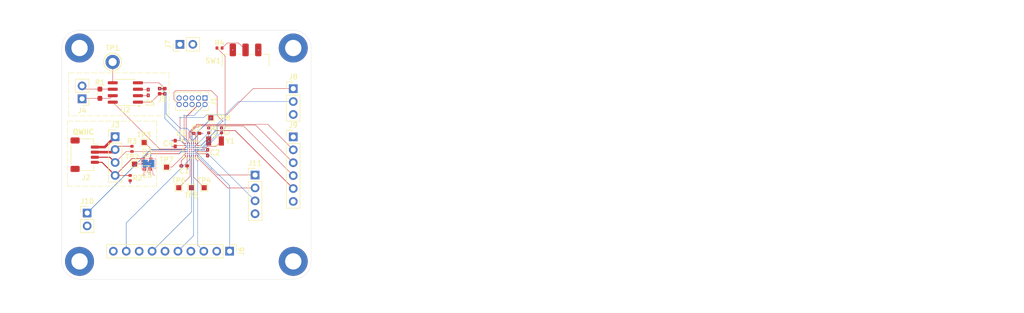
<source format=kicad_pcb>
(kicad_pcb (version 20240108) (generator "pcbnew") (generator_version "8.0")
  (layers (0 "F.Cu" signal) (1 "In1.Cu" signal) (2 "In2.Cu" signal) (31 "B.Cu" signal) (34 "B.Paste" user) (35 "F.Paste" user) (36 "B.SilkS" user "B.Silkscreen") (37 "F.SilkS" user "F.Silkscreen") (38 "B.Mask" user) (39 "F.Mask" user) (44 "Edge.Cuts" user))
  (net 0 "")
  (net 9 "+3.3V")
  (net 10 "GND")
  (net 11 "/RESET")
  (net 12 "/SWDIO")
  (net 13 "/SWCLK")
  (net 14 "/KEY_(NC)")
  (net 15 "/TDI")
  (net 16 "/SWO")
  (net 17 "/CAN1_RX")
  (net 18 "/ADC1_IN10")
  (net 19 "/TIM1_CH2")
  (net 20 "/SPI1_MISO")
  (net 21 "/I2C2_SCL")
  (net 22 "/ADC1_IN11")
  (net 23 "/ADC1_IN12")
  (net 24 "/OPAMP_VINP")
  (net 25 "/SPI1_MOSI")
  (net 26 "/CAN1_TX")
  (net 27 "/ADC1_IN4")
  (net 28 "/OSC32_OUT")
  (net 29 "/I2C2_SDA")
  (net 30 "/OSC32_IN")
  (net 31 "/BOOT0")
  (net 32 "/USART1_TX")
  (net 33 "/ADC1_IN9")
  (net 34 "/SPI1_SCK")
  (net 35 "/OPAMP_VINM")
  (net 36 "/USART1_RX")
  (net 37 "/OPAMP__VOUT")
  (net 38 "Net-(U2-D)")
  (net 39 "Net-(U2-R)")
  (net 40 "Net-(U2-Vref)")
  (net 41 "Net-(J4-Pin_1)")
  (net 42 "/CAN_ENABLE")
  (net 43 "Net-(J4-Pin_2)")
  (net 44 "Net-(JP1-B)")
  (net 45 "Net-(U3-ALERT)")
  (net 46 "/SPI_CS")
  (net 47 "Net-(SW1-B)")
  (net 48 "Net-(U1-PA8)")
  (net 49 "Net-(U1-PB0)")
  (net 50 "Net-(U1-PB1)")
  (net 51 "Net-(U1-PB2)")
  (net 52 "Net-(U1-PB12)")
  (net 53 "Net-(U1-PH3)")
  (footprint "SKEC_Footprints:RX_TX_SWAP_0402" (layer "F.Cu") (at 69.25 113.5 180)
    (property "Reference" "J5")
    (property "Value" "RX_TX_Swap" (hide yes))
  )
  (footprint "Button_Switch_SMD:SW_SPDT_CK_JS102011SAQN" (layer "F.Cu") (at 85.625 108.125)
    (property "Reference" "SW1")
    (property "Value" "SW_SPDT")
  )
  (footprint "MountingHole:MountingHole_3.2mm_M3_ISO7380_Pad" (layer "F.Cu") (at 53 147)
    (property "Reference" "REF**" (hide yes))
    (property "Value" "MountingHole_3.2mm_M3_ISO7380_Pad")
  )
  (footprint "TestPoint:TestPoint_Pad_1.0x1.0mm" (layer "F.Cu") (at 72.5 132.5)
    (property "Reference" "TP6")
    (property "Value" "TestPoint")
  )
  (footprint "Capacitor_SMD:C_0402_1005Metric" (layer "F.Cu") (at 78.38 121.22 90)
    (property "Reference" "C8")
    (property "Value" "12.5pF")
  )
  (footprint "TestPoint:TestPoint_Pad_1.0x1.0mm" (layer "F.Cu") (at 77.5 132.5)
    (property "Reference" "TP4")
    (property "Value" "TestPoint")
  )
  (footprint "Connector_PinHeader_2.54mm:PinHeader_1x06_P2.54mm_Vertical" (layer "F.Cu") (at 95 122.5)
    (property "Reference" "J9")
    (property "Value" "Conn_01x06")
  )
  (footprint "Resistor_SMD:R_0402_1005Metric" (layer "F.Cu") (at 62.95 130.6 90)
    (property "Reference" "R2")
    (property "Value" "1k")
  )
  (footprint "TestPoint:TestPoint_Pad_1.0x1.0mm" (layer "F.Cu") (at 70.1 128.45)
    (property "Reference" "TP7")
    (property "Value" "TestPoint")
  )
  (footprint "Capacitor_SMD:C_0402_1005Metric" (layer "F.Cu") (at 80.9 121.22 90)
    (property "Reference" "C7")
    (property "Value" "12.5pF")
  )
  (footprint "Connector_PinHeader_2.54mm:PinHeader_1x02_P2.54mm_Vertical" (layer "F.Cu") (at 72.725 104.275 90)
    (property "Reference" "J7")
    (property "Value" "Conn_01x02")
  )
  (footprint "Capacitor_SMD:C_0402_1005Metric_Pad0.74x0.62mm_HandSolder" (layer "F.Cu") (at 73.5675 128.2)
    (property "Reference" "C1")
    (property "Value" "0.1uF")
  )
  (footprint "MountingHole:MountingHole_3.2mm_M3_ISO7380_Pad" (layer "F.Cu") (at 53 105)
    (property "Reference" "REF**" (hide yes))
    (property "Value" "MountingHole_3.2mm_M3_ISO7380_Pad")
  )
  (footprint "Connector_PinHeader_2.54mm:PinHeader_1x03_P2.54mm_Vertical" (layer "F.Cu") (at 95 113)
    (property "Reference" "J8")
    (property "Value" "Conn_01x03")
  )
  (footprint "Connector_JST:JST_SH_SM04B-SRSS-TB_1x04-1MP_P1.00mm_Horizontal" (layer "F.Cu") (at 54 126 -90)
    (property "Reference" "J2")
    (property "Value" "JST-SH-(Qwiic)")
  )
  (footprint "Capacitor_SMD:C_0402_1005Metric_Pad0.74x0.62mm_HandSolder" (layer "F.Cu") (at 66.5 113.75 -90)
    (property "Reference" "C5")
    (property "Value" "0.1uF")
  )
  (footprint "TestPoint:TestPoint_Pad_1.0x1.0mm" (layer "F.Cu") (at 78.8 118.75)
    (property "Reference" "TP8")
    (property "Value" "TestPoint")
  )
  (footprint "Package_SO:SOIC-8_3.9x4.9mm_P1.27mm" (layer "F.Cu") (at 62 113.75 180)
    (property "Reference" "U2")
    (property "Value" "SN65HVD230")
  )
  (footprint "Capacitor_SMD:C_0402_1005Metric_Pad0.74x0.62mm_HandSolder" (layer "F.Cu") (at 76 121.8 180)
    (property "Reference" "C3")
    (property "Value" "0.1uF")
  )
  (footprint "Connector_PinHeader_2.54mm:PinHeader_1x04_P2.54mm_Vertical" (layer "F.Cu") (at 87.5 130)
    (property "Reference" "J11")
    (property "Value" "0.1\"")
  )
  (footprint "Connector_PinHeader_2.54mm:PinHeader_1x04_P2.54mm_Vertical" (layer "F.Cu") (at 60 122.46)
    (property "Reference" "J3")
    (property "Value" "0.1\"")
  )
  (footprint "Capacitor_SMD:C_0402_1005Metric_Pad0.74x0.62mm_HandSolder" (layer "F.Cu") (at 66.3 128.85 180)
    (property "Reference" "C6")
    (property "Value" "0.1uF")
  )
  (footprint "Connector_PinHeader_2.54mm:PinHeader_1x10_P2.54mm_Vertical" (layer "F.Cu") (at 82.5 145 -90)
    (property "Reference" "J6")
    (property "Value" "Conn_01x10")
  )
  (footprint "Package_TO_SOT_SMD:SOT-563" (layer "F.Cu") (at 66.25 127.25)
    (property "Reference" "U3")
    (property "Value" "TMP112AIDRLR")
  )
  (footprint "Resistor_SMD:R_0603_1608Metric_Pad0.98x0.95mm_HandSolder" (layer "F.Cu") (at 57 114 90)
    (property "Reference" "R1")
    (property "Value" "120")
  )
  (footprint "Capacitor_SMD:C_0402_1005Metric_Pad0.74x0.62mm_HandSolder" (layer "F.Cu") (at 71.8 123.8 -90)
    (property "Reference" "C4")
    (property "Value" "0.1uF")
  )
  (footprint "Resistor_SMD:R_0402_1005Metric" (layer "F.Cu") (at 80.51 105 180)
    (property "Reference" "R4")
    (property "Value" "1k")
  )
  (footprint "TestPoint:TestPoint_Pad_1.0x1.0mm" (layer "F.Cu") (at 65.7 123.6)
    (property "Reference" "TP3")
    (property "Value" "TestPoint")
  )
  (footprint "Connector_PinHeader_2.54mm:PinHeader_1x02_P2.54mm_Vertical" (layer "F.Cu") (at 53.5 115 180)
    (property "Reference" "J4")
    (property "Value" "Conn_01x02")
  )
  (footprint "Capacitor_SMD:C_0402_1005Metric_Pad0.74x0.62mm_HandSolder" (layer "F.Cu") (at 78.1675 125.6 90)
    (property "Reference" "C2")
    (property "Value" "0.1uF")
  )
  (footprint "Crystal:Crystal_SMD_3215-2Pin_3.2x1.5mm" (layer "F.Cu") (at 79.62 123.31)
    (property "Reference" "Y1")
    (property "Value" "32.768")
  )
  (footprint "TestPoint:TestPoint_Pad_1.0x1.0mm" (layer "F.Cu") (at 63.8 127.85)
    (property "Reference" "TP2")
    (property "Value" "TestPoint")
  )
  (footprint "MountingHole:MountingHole_3.2mm_M3_ISO7380_Pad" (layer "F.Cu") (at 95 147)
    (property "Reference" "REF**" (hide yes))
    (property "Value" "MountingHole_3.2mm_M3_ISO7380_Pad")
  )
  (footprint "Package_CSP:ST_WLCSP-49_Die435" (layer "F.Cu") (at 75 125)
    (property "Reference" "U1")
    (property "Value" "STM32L431CCYx")
  )
  (footprint "MountingHole:MountingHole_3.2mm_M3_ISO7380_Pad" (layer "F.Cu") (at 95 105)
    (property "Reference" "REF**" (hide yes))
    (property "Value" "MountingHole_3.2mm_M3_ISO7380_Pad")
  )
  (footprint "Connector_PinHeader_1.27mm:PinHeader_2x05_P1.27mm_Vertical" (layer "F.Cu") (at 77.655 114.845 -90)
    (property "Reference" "J1")
    (property "Value" "Conn_02x05_Odd_Even")
  )
  (footprint "TestPoint:TestPoint_Pad_1.0x1.0mm" (layer "F.Cu") (at 75 132.5)
    (property "Reference" "TP5")
    (property "Value" "TestPoint")
  )
  (footprint "Connector_PinHeader_2.54mm:PinHeader_1x02_P2.54mm_Vertical" (layer "F.Cu") (at 54.5 137.475)
    (property "Reference" "J10")
    (property "Value" "Conn_01x02")
  )
  (footprint "Resistor_SMD:R_0402_1005Metric" (layer "F.Cu") (at 63.3 124.85 -90)
    (property "Reference" "R3")
    (property "Value" "1k")
  )
  (footprint "TestPoint:TestPoint_Keystone_5010-5014_Multipurpose" (layer "F.Cu") (at 59.5 107.75)
    (property "Reference" "TP1")
    (property "Value" "TestPoint")
  )
  (footprint "Jumper:SolderJumper-2_P1.3mm_Bridged_Pad1.0x1.5mm" (layer "B.Cu") (at 66.55 127.75)
    (property "Reference" "JP1")
    (property "Value" "SolderJumper_2_Bridged")
  )
  (gr_rect (start 50.625 119.4) (end 68.15 132.2) (stroke (width 0.1) (type dash)) (fill none) (layer "F.SilkS"))
  (gr_rect (start 50.85 109.9) (end 70.6 118.35) (stroke (width 0.1) (type dash)) (fill none) (layer "F.SilkS"))
  (gr_line (start 94.999998 101.5) (end 53 101.5) (stroke (width 0.05)) (layer "Edge.Cuts"))
  (gr_line (start 49.5 105) (end 49.5 146.999998) (stroke (width 0.05)) (layer "Edge.Cuts"))
  (gr_arc (start 98.499998 146.999998) (mid 97.474872 149.474872) (end 94.999998 150.499998) (stroke (width 0.05)) (layer "Edge.Cuts"))
  (gr_arc (start 94.999998 101.5) (mid 97.474872 102.525126) (end 98.499998 105) (stroke (width 0.05)) (layer "Edge.Cuts"))
  (gr_arc (start 53 150.499998) (mid 50.525126 149.474872) (end 49.5 146.999998) (stroke (width 0.05)) (layer "Edge.Cuts"))
  (gr_arc (start 49.5 105) (mid 50.525126 102.525126) (end 53 101.5) (stroke (width 0.05)) (layer "Edge.Cuts"))
  (gr_line (start 53 150.499998) (end 94.999998 150.499998) (stroke (width 0.05)) (layer "Edge.Cuts"))
  (gr_line (start 98.499998 146.999998) (end 98.499998 105) (stroke (width 0.05)) (layer "Edge.Cuts"))
  (gr_text "QWIIC" (at 51.55 122.1 0) (layer "F.SilkS") (effects (font (size 1 1) (thickness 0.2) (bold yes)) (justify left bottom)))
  (segment (start 73 127.2) (end 73 128.2) (width 0.09) (layer "F.Cu") (net 9))
  (segment (start 76.5675 121.8) (end 77.2 121.8) (width 0.09) (layer "F.Cu") (net 9))
  (segment (start 71.8 123.2325) (end 71.2325 123.2325) (width 0.09) (layer "F.Cu") (net 9))
  (segment (start 66.5 113.1825) (end 64.5425 113.1825) (width 0.076) (layer "F.Cu") (net 9))
  (segment (start 66.536 128.5185) (end 66.8675 128.85) (width 0.076) (layer "F.Cu") (net 9))
  (segment (start 66.536 127.364) (end 66.536 128.5185) (width 0.076) (layer "F.Cu") (net 9))
  (segment (start 76.2 122.1675) (end 76.5675 121.8) (width 0.09) (layer "F.Cu") (net 9))
  (segment (start 66.65 127.25) (end 66.536 127.364) (width 0.076) (layer "F.Cu") (net 9))
  (segment (start 67 127.25) (end 66.65 127.25) (width 0.076) (layer "F.Cu") (net 9))
  (segment (start 64.5425 113.1825) (end 64.475 113.115) (width 0.076) (layer "F.Cu") (net 9))
  (segment (start 73.8 126.4) (end 73 127.2) (width 0.09) (layer "F.Cu") (net 9))
  (segment (start 77.8 125.8) (end 78.1675 126.1675) (width 0.09) (layer "F.Cu") (net 9))
  (segment (start 75.8 124.2) (end 76.2 123.8) (width 0.09) (layer "F.Cu") (net 9))
  (segment (start 63.3 124.34) (end 60.66 124.34) (width 0.12) (layer "F.Cu") (net 9))
  (segment (start 73.8 126.2) (end 73.8 126.4) (width 0.09) (layer "F.Cu") (net 9))
  (segment (start 76.2 123.8) (end 76.2 122.1675) (width 0.09) (layer "F.Cu") (net 9))
  (segment (start 73.0325 123.2325) (end 71.8 123.2325) (width 0.09) (layer "F.Cu") (net 9))
  (segment (start 73.8 123.8) (end 73.6 123.8) (width 0.09) (layer "F.Cu") (net 9))
  (segment (start 73.6 123.8) (end 73.0325 123.2325) (width 0.09) (layer "F.Cu") (net 9))
  (segment (start 71.2325 123.2325) (end 71.2 123.2) (width 0.09) (layer "F.Cu") (net 9))
  (segment (start 76.2 125.8) (end 77.8 125.8) (width 0.09) (layer "F.Cu") (net 9))
  (segment (start 59.5 125.5) (end 60 125) (width 0.5) (layer "F.Cu") (net 9))
  (segment (start 60.66 124.34) (end 60 125) (width 0.12) (layer "F.Cu") (net 9))
  (segment (start 56 125.5) (end 59.5 125.5) (width 0.5) (layer "F.Cu") (net 9))
  (segment (start 62.95 131.11) (end 62.95 131.6) (width 0.12) (layer "F.Cu") (net 9))
  (via (at 77.2 121.8) (size 0.25) (drill 0.15) (layers "F.Cu" "B.Cu") (net 9))
  (via (at 66.5 113.1825) (size 0.25) (drill 0.15) (layers "F.Cu" "B.Cu") (net 9))
  (via (at 71.2 123.2) (size 0.25) (drill 0.15) (layers "F.Cu" "B.Cu") (net 9))
  (via (at 83.125 105.375) (size 0.25) (drill 0.15) (layers "F.Cu" "B.Cu") (net 9))
  (via (at 66.8675 128.85) (size 0.25) (drill 0.15) (layers "F.Cu" "B.Cu") (net 9))
  (via (at 78.1675 126.1675) (size 0.25) (drill 0.15) (layers "F.Cu" "B.Cu") (net 9))
  (via (at 62.95 131.6) (size 0.25) (drill 0.15) (layers "F.Cu" "B.Cu") (net 9))
  (via (at 73 128.2) (size 0.25) (drill 0.15) (layers "F.Cu" "B.Cu") (net 9))
  (segment (start 74.2 126.2) (end 74.2 126.4) (width 0.09) (layer "F.Cu") (net 10))
  (segment (start 74.135 128.625) (end 74.28 128.77) (width 0.09) (layer "F.Cu") (net 10))
  (segment (start 88.175 105.375) (end 88.2 105.4) (width 0.076) (layer "F.Cu") (net 10))
  (segment (start 77.8 125.4) (end 78.1675 125.0325) (width 0.09) (layer "F.Cu") (net 10))
  (segment (start 80.9 120.74) (end 80.9 120.75) (width 0.076) (layer "F.Cu") (net 10))
  (segment (start 74.2 126.4) (end 74.135 126.465) (width 0.09) (layer "F.Cu") (net 10))
  (segment (start 74.135 126.465) (end 74.135 128.2) (width 0.09) (layer "F.Cu") (net 10))
  (segment (start 65.7325 128.85) (end 65.75 128.8325) (width 0.076) (layer "F.Cu") (net 10))
  (segment (start 71.2325 124.3675) (end 71.2 124.4) (width 0.09) (layer "F.Cu") (net 10))
  (segment (start 75.8 122.1675) (end 75.4325 121.8) (width 0.09) (layer "F.Cu") (net 10))
  (segment (start 57.96 124.5) (end 60 122.46) (width 0.5) (layer "F.Cu") (net 10))
  (segment (start 65.85 127.25) (end 66 127.4) (width 0.076) (layer "F.Cu") (net 10))
  (segment (start 74.135 128.2) (end 74.135 128.625) (width 0.09) (layer "F.Cu") (net 10))
  (segment (start 71.9675 124.2) (end 71.8 124.3675) (width 0.09) (layer "F.Cu") (net 10))
  (segment (start 78.38 120.74) (end 78.38 120.73) (width 0.076) (layer "F.Cu") (net 10))
  (segment (start 64.475 114.385) (end 66.4325 114.385) (width 0.076) (layer "F.Cu") (net 10))
  (segment (start 76.2 125.4) (end 77.8 125.4) (width 0.09) (layer "F.Cu") (net 10))
  (segment (start 73.8 124.2) (end 71.9675 124.2) (width 0.09) (layer "F.Cu") (net 10))
  (segment (start 78.38 120.73) (end 78.375 120.725) (width 0.076) (layer "F.Cu") (net 10))
  (segment (start 56 124.5) (end 57.96 124.5) (width 0.5) (layer "F.Cu") (net 10))
  (segment (start 75.8 123.8) (end 75.8 122.1675) (width 0.09) (layer "F.Cu") (net 10))
  (segment (start 71.8 124.3675) (end 71.2325 124.3675) (width 0.09) (layer "F.Cu") (net 10))
  (segment (start 66.4325 114.385) (end 66.5 114.3175) (width 0.076) (layer "F.Cu") (net 10))
  (segment (start 88.125 105.375) (end 88.175 105.375) (width 0.076) (layer "F.Cu") (net 10))
  (segment (start 65.5 127.25) (end 65.85 127.25) (width 0.076) (layer "F.Cu") (net 10))
  (segment (start 66 127.4) (end 66 128.5825) (width 0.076) (layer "F.Cu") (net 10))
  (segment (start 66 128.5825) (end 65.75 128.8325) (width 0.076) (layer "F.Cu") (net 10))
  (via (at 75.4325 121.8) (size 0.25) (drill 0.15) (layers "F.Cu" "B.Cu") (net 10))
  (via (at 88.2 105.4) (size 0.25) (drill 0.15) (layers "F.Cu" "B.Cu") (net 10))
  (via (at 78.375 120.725) (size 0.25) (drill 0.15) (layers "F.Cu" "B.Cu") (net 10))
  (via (at 66.5 114.3175) (size 0.25) (drill 0.15) (layers "F.Cu" "B.Cu") (net 10))
  (via (at 65.75 128.8325) (size 0.25) (drill 0.15) (layers "F.Cu" "B.Cu") (net 10))
  (via (at 71.2 124.4) (size 0.25) (drill 0.15) (layers "F.Cu" "B.Cu") (net 10))
  (via (at 80.9 120.75) (size 0.25) (drill 0.15) (layers "F.Cu" "B.Cu") (net 10))
  (via (at 74.28 128.77) (size 0.25) (drill 0.15) (layers "F.Cu" "B.Cu") (net 10))
  (via (at 78.1675 125.0325) (size 0.25) (drill 0.15) (layers "F.Cu" "B.Cu") (net 10))
  (segment (start 65.9 127.75) (end 65.9 128.6825) (width 0.076) (layer "B.Cu") (net 10))
  (segment (start 65.9 128.6825) (end 65.75 128.8325) (width 0.076) (layer "B.Cu") (net 10))
  (segment (start 81.15 119.4) (end 80.05 118.3) (width 0.076) (layer "F.Cu") (net 11))
  (segment (start 71.55 113.75) (end 71.55 115.09) (width 0.076) (layer "F.Cu") (net 11))
  (segment (start 80.05 114.55) (end 78.9 113.4) (width 0.076) (layer "F.Cu") (net 11))
  (segment (start 71.9 113.4) (end 71.55 113.75) (width 0.076) (layer "F.Cu") (net 11))
  (segment (start 78.9 113.4) (end 71.9 113.4) (width 0.076) (layer "F.Cu") (net 11))
  (segment (start 80.05 118.3) (end 80.05 114.55) (width 0.076) (layer "F.Cu") (net 11))
  (segment (start 71.55 115.09) (end 72.575 116.115) (width 0.076) (layer "F.Cu") (net 11))
  (via (at 81.15 119.4) (size 0.25) (drill 0.15) (layers "F.Cu" "B.Cu") (net 11))
  (via (at 75.4 125) (size 0.25) (drill 0.15) (layers "F.Cu" "B.Cu") (net 11))
  (segment (start 81 119.5) (end 81.05 119.5) (width 0.076) (layer "B.Cu") (net 11))
  (segment (start 80.05 120.5) (end 80.05 121.967998) (width 0.076) (layer "B.Cu") (net 11))
  (segment (start 80.05 120.45) (end 81 119.5) (width 0.076) (layer "B.Cu") (net 11))
  (segment (start 80.05 120.45) (end 80.05 120.5) (width 0.076) (layer "B.Cu") (net 11))
  (segment (start 81.05 119.5) (end 81.15 119.4) (width 0.076) (layer "B.Cu") (net 11))
  (segment (start 77.017998 125) (end 76.8 125) (width 0.076) (layer "B.Cu") (net 11))
  (segment (start 75.4 125) (end 76.8 125) (width 0.09) (layer "B.Cu") (net 11))
  (segment (start 80.05 121.967998) (end 77.017998 125) (width 0.076) (layer "B.Cu") (net 11))
  (segment (start 73.55 123) (end 73.55 118.3) (width 0.076) (layer "F.Cu") (net 12))
  (via (at 74.2 124.2) (size 0.25) (drill 0.15) (layers "F.Cu" "B.Cu") (net 12))
  (via (at 73.55 123) (size 0.25) (drill 0.15) (layers "F.Cu" "B.Cu") (net 12))
  (via (at 73.55 118.3) (size 0.25) (drill 0.15) (layers "F.Cu" "B.Cu") (net 12))
  (segment (start 74.2 124.2) (end 74.2 123.65) (width 0.076) (layer "B.Cu") (net 12))
  (segment (start 75.47 118.3) (end 77.655 116.115) (width 0.076) (layer "B.Cu") (net 12))
  (segment (start 74.2 123.65) (end 73.55 123) (width 0.076) (layer "B.Cu") (net 12))
  (segment (start 73.55 118.3) (end 75.47 118.3) (width 0.076) (layer "B.Cu") (net 12))
  (segment (start 73.95 122.9) (end 73.95 118.55) (width 0.09) (layer "F.Cu") (net 13))
  (segment (start 76.385 116.115) (end 74.1 118.4) (width 0.12) (layer "F.Cu") (net 13))
  (segment (start 73.95 118.55) (end 74.1 118.4) (width 0.09) (layer "F.Cu") (net 13))
  (segment (start 74.2 123.8) (end 74.2 123.15) (width 0.09) (layer "F.Cu") (net 13))
  (segment (start 74.2 123.15) (end 73.95 122.9) (width 0.09) (layer "F.Cu") (net 13))
  (via (at 68.74 112.99) (size 0.25) (drill 0.15) (layers "F.Cu" "B.Cu") (net 17))
  (via (at 75.4 124.2) (size 0.25) (drill 0.15) (layers "F.Cu" "B.Cu") (net 17))
  (segment (start 75.15 121.85) (end 74.1 120.8) (width 0.09) (layer "B.Cu") (net 17))
  (segment (start 70.006 113.908103) (end 69.087897 112.99) (width 0.09) (layer "B.Cu") (net 17))
  (segment (start 75.15 123.15) (end 75.15 121.85) (width 0.09) (layer "B.Cu") (net 17))
  (segment (start 75.4 123.4) (end 75.15 123.15) (width 0.09) (layer "B.Cu") (net 17))
  (segment (start 75.4 124.2) (end 75.4 123.4) (width 0.09) (layer "B.Cu") (net 17))
  (segment (start 70.006 118.006) (end 70.006 113.908103) (width 0.09) (layer "B.Cu") (net 17))
  (segment (start 72.8 120.8) (end 70.006 118.006) (width 0.09) (layer "B.Cu") (net 17))
  (segment (start 69.087897 112.99) (end 68.74 112.99) (width 0.09) (layer "B.Cu") (net 17))
  (segment (start 74.1 120.8) (end 72.8 120.8) (width 0.09) (layer "B.Cu") (net 17))
  (via (at 75.4 125.8) (size 0.25) (drill 0.15) (layers "F.Cu" "B.Cu") (net 18))
  (segment (start 75.4 125.8) (end 75.4 141.94) (width 0.09) (layer "B.Cu") (net 18))
  (segment (start 75.4 141.94) (end 72.34 145) (width 0.09) (layer "B.Cu") (net 18))
  (via (at 74.2 125) (size 0.25) (drill 0.15) (layers "F.Cu" "B.Cu") (net 19))
  (segment (start 74.2 125) (end 66.975 125) (width 0.12) (layer "B.Cu") (net 19))
  (segment (start 66.975 125) (end 54.5 137.475) (width 0.12) (layer "B.Cu") (net 19))
  (segment (start 87.593 120.173) (end 95 127.58) (width 0.076) (layer "F.Cu") (net 20))
  (segment (start 75 123.8) (end 75 123) (width 0.076) (layer "F.Cu") (net 20))
  (segment (start 74.661 122.661) (end 74.661 121.60432) (width 0.076) (layer "F.Cu") (net 20))
  (segment (start 76.09232 120.173) (end 87.593 120.173) (width 0.076) (layer "F.Cu") (net 20))
  (segment (start 75 123) (end 74.661 122.661) (width 0.076) (layer "F.Cu") (net 20))
  (segment (start 74.661 121.60432) (end 76.09232 120.173) (width 0.076) (layer "F.Cu") (net 20))
  (segment (start 66.45 125.8) (end 72.6 125.8) (width 0.12) (layer "F.Cu") (net 21))
  (segment (start 65.5 126.75) (end 63.33 126.75) (width 0.12) (layer "F.Cu") (net 21))
  (segment (start 60 130.08) (end 63.315 126.765) (width 0.12) (layer "F.Cu") (net 21))
  (segment (start 56 127.5) (end 57.42 127.5) (width 0.2) (layer "F.Cu") (net 21))
  (segment (start 65.5 126.75) (end 66.45 125.8) (width 0.12) (layer "F.Cu") (net 21))
  (segment (start 57.42 127.5) (end 60 130.08) (width 0.2) (layer "F.Cu") (net 21))
  (segment (start 60.01 130.09) (end 60 130.08) (width 0.12) (layer "F.Cu") (net 21))
  (segment (start 63.33 126.75) (end 63.315 126.765) (width 0.12) (layer "F.Cu") (net 21))
  (segment (start 62.95 130.09) (end 60.01 130.09) (width 0.12) (layer "F.Cu") (net 21))
  (via (at 72.6 125.8) (size 0.25) (drill 0.15) (layers "F.Cu" "B.Cu") (net 21))
  (via (at 74.2 125.4) (size 0.25) (drill 0.15) (layers "F.Cu" "B.Cu") (net 21))
  (segment (start 74.2 125.4) (end 73 125.4) (width 0.12) (layer "B.Cu") (net 21))
  (segment (start 73 125.4) (end 72.6 125.8) (width 0.12) (layer "B.Cu") (net 21))
  (via (at 75 125.8) (size 0.25) (drill 0.15) (layers "F.Cu" "B.Cu") (net 22))
  (segment (start 75 125.8) (end 75 137.26) (width 0.09) (layer "B.Cu") (net 22))
  (segment (start 75 137.26) (end 67.26 145) (width 0.09) (layer "B.Cu") (net 22))
  (via (at 74.6 125.8) (size 0.25) (drill 0.15) (layers "F.Cu" "B.Cu") (net 23))
  (segment (start 74.6 127) (end 62.18 139.42) (width 0.09) (layer "B.Cu") (net 23))
  (segment (start 74.6 125.8) (end 74.6 127) (width 0.09) (layer "B.Cu") (net 23))
  (segment (start 62.18 139.42) (end 62.18 145) (width 0.09) (layer "B.Cu") (net 23))
  (segment (start 80 130) (end 87.5 130) (width 0.076) (layer "F.Cu") (net 24))
  (segment (start 78.85 128.85) (end 80 130) (width 0.076) (layer "F.Cu") (net 24))
  (via (at 78.85 128.85) (size 0.25) (drill 0.15) (layers "F.Cu" "B.Cu") (net 24))
  (via (at 75.8 125.8) (size 0.25) (drill 0.15) (layers "F.Cu" "B.Cu") (net 24))
  (segment (start 75.8 125.8) (end 78.85 128.85) (width 0.076) (layer "B.Cu") (net 24))
  (segment (start 85.226 120.346) (end 95 130.12) (width 0.076) (layer "F.Cu") (net 25))
  (segment (start 76.3 120.55) (end 76.525 120.325) (width 0.076) (layer "F.Cu") (net 25))
  (segment (start 74.9 122.4) (end 74.9 121.58028) (width 0.076) (layer "F.Cu") (net 25))
  (segment (start 78.821 120.346) (end 85.226 120.346) (width 0.076) (layer "F.Cu") (net 25))
  (segment (start 78.8 120.325) (end 78.821 120.346) (width 0.076) (layer "F.Cu") (net 25))
  (segment (start 74.9 121.58028) (end 75.93028 120.55) (width 0.076) (layer "F.Cu") (net 25))
  (segment (start 76.525 120.325) (end 78.8 120.325) (width 0.076) (layer "F.Cu") (net 25))
  (segment (start 75.93028 120.55) (end 76.3 120.55) (width 0.076) (layer "F.Cu") (net 25))
  (via (at 75 124.2) (size 0.25) (drill 0.15) (layers "F.Cu" "B.Cu") (net 25))
  (via (at 74.9 122.4) (size 0.25) (drill 0.15) (layers "F.Cu" "B.Cu") (net 25))
  (segment (start 74.9 123.246651) (end 74.9 122.4) (width 0.076) (layer "B.Cu") (net 25))
  (segment (start 75 123.8) (end 75 123.346651) (width 0.076) (layer "B.Cu") (net 25))
  (segment (start 75 123.346651) (end 74.9 123.246651) (width 0.076) (layer "B.Cu") (net 25))
  (segment (start 75 124.2) (end 75 123.8) (width 0.076) (layer "B.Cu") (net 25))
  (via (at 69.76 114.01) (size 0.25) (drill 0.15) (layers "F.Cu" "B.Cu") (net 26))
  (via (at 74.6 124.6) (size 0.25) (drill 0.15) (layers "F.Cu" "B.Cu") (net 26))
  (segment (start 69.76 118.862103) (end 69.76 118.55) (width 0.09) (layer "B.Cu") (net 26))
  (segment (start 74.6 123.702103) (end 69.76 118.862103) (width 0.09) (layer "B.Cu") (net 26))
  (segment (start 74.6 124.6) (end 74.6 123.702103) (width 0.09) (layer "B.Cu") (net 26))
  (segment (start 69.76 118.55) (end 69.76 114.01) (width 0.09) (layer "B.Cu") (net 26))
  (via (at 75.8 125.4) (size 0.25) (drill 0.15) (layers "F.Cu" "B.Cu") (net 27))
  (segment (start 82.5 132.1) (end 82.5 145) (width 0.09) (layer "B.Cu") (net 27))
  (segment (start 75.8 125.4) (end 82.5 132.1) (width 0.09) (layer "B.Cu") (net 27))
  (segment (start 78.37 121.71) (end 78.38 121.7) (width 0.09) (layer "F.Cu") (net 28))
  (segment (start 78.37 123.31) (end 78.37 121.71) (width 0.09) (layer "F.Cu") (net 28))
  (via (at 78.37 123.31) (size 0.25) (drill 0.15) (layers "F.Cu" "B.Cu") (net 28))
  (via (at 75.8 124.6) (size 0.25) (drill 0.15) (layers "F.Cu" "B.Cu") (net 28))
  (segment (start 75.8 124.6) (end 77.08 124.6) (width 0.09) (layer "B.Cu") (net 28))
  (segment (start 77.08 124.6) (end 78.37 123.31) (width 0.09) (layer "B.Cu") (net 28))
  (segment (start 67 125.4) (end 62.14 125.4) (width 0.076) (layer "F.Cu") (net 29))
  (segment (start 73.8 125.4) (end 67 125.4) (width 0.076) (layer "F.Cu") (net 29))
  (segment (start 58.96 126.5) (end 60 127.54) (width 0.2) (layer "F.Cu") (net 29))
  (segment (start 62.14 125.4) (end 60 127.54) (width 0.076) (layer "F.Cu") (net 29))
  (segment (start 67 126.75) (end 67 126.2) (width 0.076) (layer "F.Cu") (net 29))
  (segment (start 56 126.5) (end 58.96 126.5) (width 0.2) (layer "F.Cu") (net 29))
  (via (at 67 126.2) (size 0.25) (drill 0.15) (layers "F.Cu" "B.Cu") (net 29))
  (via (at 67 125.4) (size 0.25) (drill 0.15) (layers "F.Cu" "B.Cu") (net 29))
  (segment (start 67 126.2) (end 67 125.4) (width 0.076) (layer "B.Cu") (net 29))
  (segment (start 80.87 121.73) (end 80.9 121.7) (width 0.076) (layer "F.Cu") (net 30))
  (segment (start 77.8 124.6) (end 78.025 124.375) (width 0.076) (layer "F.Cu") (net 30))
  (segment (start 80.87 123.31) (end 80.87 121.73) (width 0.076) (layer "F.Cu") (net 30))
  (segment (start 78.025 124.375) (end 79.805 124.375) (width 0.076) (layer "F.Cu") (net 30))
  (segment (start 79.805 124.375) (end 80.87 123.31) (width 0.076) (layer "F.Cu") (net 30))
  (segment (start 76.2 124.6) (end 77.8 124.6) (width 0.076) (layer "F.Cu") (net 30))
  (segment (start 77.422 125) (end 77.5 124.922) (width 0.076) (layer "F.Cu") (net 31))
  (segment (start 81.6 106.6) (end 80 105) (width 0.076) (layer "F.Cu") (net 31))
  (segment (start 81.6 119.15) (end 81.6 106.6) (width 0.076) (layer "F.Cu") (net 31))
  (segment (start 76.2 125) (end 77.422 125) (width 0.076) (layer "F.Cu") (net 31))
  (via (at 81.6 119.15) (size 0.25) (drill 0.15) (layers "F.Cu" "B.Cu") (net 31))
  (via (at 77.5 124.922) (size 0.25) (drill 0.15) (layers "F.Cu" "B.Cu") (net 31))
  (segment (start 77.5 124.922) (end 81.6 120.822) (width 0.076) (layer "B.Cu") (net 31))
  (segment (start 81.6 120.822) (end 81.6 119.15) (width 0.076) (layer "B.Cu") (net 31))
  (segment (start 82 118.1) (end 87.1 113) (width 0.076) (layer "F.Cu") (net 32))
  (segment (start 87.1 113) (end 95 113) (width 0.076) (layer "F.Cu") (net 32))
  (via (at 82 118.1) (size 0.25) (drill 0.15) (layers "F.Cu" "B.Cu") (net 32))
  (via (at 75 124.6) (size 0.25) (drill 0.15) (layers "F.Cu" "B.Cu") (net 32))
  (segment (start 75.462002 124.6) (end 81.962002 118.1) (width 0.076) (layer "B.Cu") (net 32))
  (segment (start 75 124.6) (end 75.462002 124.6) (width 0.076) (layer "B.Cu") (net 32))
  (segment (start 81.962002 118.1) (end 82 118.1) (width 0.076) (layer "B.Cu") (net 32))
  (segment (start 75.8 126.8) (end 76.2 127.2) (width 0.076) (layer "F.Cu") (net 33))
  (segment (start 75.8 126.2) (end 75.8 126.8) (width 0.076) (layer "F.Cu") (net 33))
  (via (at 76.2 127.2) (size 0.25) (drill 0.15) (layers "F.Cu" "B.Cu") (net 33))
  (segment (start 76.2 143.78) (end 77.42 145) (width 0.076) (layer "B.Cu") (net 33))
  (segment (start 76.2 127.2) (end 76.2 143.78) (width 0.076) (layer "B.Cu") (net 33))
  (segment (start 74.6 123.8) (end 74.4875 123.6875) (width 0.076) (layer "F.Cu") (net 34))
  (segment (start 74.4875 123.6875) (end 74.4875 121.56286) (width 0.076) (layer "F.Cu") (net 34))
  (segment (start 89.981 120.021) (end 95 125.04) (width 0.076) (layer "F.Cu") (net 34))
  (segment (start 76.02936 120.021) (end 89.981 120.021) (width 0.076) (layer "F.Cu") (net 34))
  (segment (start 74.4875 121.56286) (end 76.02936 120.021) (width 0.076) (layer "F.Cu") (net 34))
  (segment (start 82.14 132.54) (end 87.5 132.54) (width 0.09) (layer "F.Cu") (net 35))
  (segment (start 76.2 126.6) (end 82.14 132.54) (width 0.09) (layer "F.Cu") (net 35))
  (segment (start 76.2 126.2) (end 76.2 126.6) (width 0.09) (layer "F.Cu") (net 35))
  (segment (start 72.75 122.8) (end 72.75 118.7) (width 0.076) (layer "F.Cu") (net 36))
  (via (at 72.75 118.7) (size 0.25) (drill 0.15) (layers "F.Cu" "B.Cu") (net 36))
  (via (at 72.75 122.8) (size 0.25) (drill 0.15) (layers "F.Cu" "B.Cu") (net 36))
  (via (at 74.2 124.6) (size 0.25) (drill 0.15) (layers "F.Cu" "B.Cu") (net 36))
  (segment (start 74.2 124.6) (end 72.75 123.15) (width 0.076) (layer "B.Cu") (net 36))
  (segment (start 72.75 123.15) (end 72.75 122.8) (width 0.076) (layer "B.Cu") (net 36))
  (segment (start 81.612002 118.15) (end 84.222002 115.54) (width 0.076) (layer "B.Cu") (net 36))
  (segment (start 77.4 118.7) (end 77.95 118.15) (width 0.076) (layer "B.Cu") (net 36))
  (segment (start 72.75 118.7) (end 77.4 118.7) (width 0.076) (layer "B.Cu") (net 36))
  (segment (start 84.222002 115.54) (end 95 115.54) (width 0.076) (layer "B.Cu") (net 36))
  (segment (start 77.95 118.15) (end 81.612002 118.15) (width 0.076) (layer "B.Cu") (net 36))
  (via (at 75 125.4) (size 0.25) (drill 0.15) (layers "F.Cu" "B.Cu") (net 37))
  (segment (start 75 125.4) (end 75.462002 125.4) (width 0.076) (layer "B.Cu") (net 37))
  (segment (start 75.462002 125.4) (end 75.701002 125.161) (width 0.076) (layer "B.Cu") (net 37))
  (segment (start 77.581 125.161) (end 87.5 135.08) (width 0.076) (layer "B.Cu") (net 37))
  (segment (start 75.701002 125.161) (end 77.581 125.161) (width 0.076) (layer "B.Cu") (net 37))
  (segment (start 68.74 114.01) (end 67.095 115.655) (width 0.076) (layer "F.Cu") (net 38))
  (segment (start 67.095 115.655) (end 64.475 115.655) (width 0.076) (layer "F.Cu") (net 38))
  (segment (start 68.615 111.845) (end 69.76 112.99) (width 0.076) (layer "F.Cu") (net 39))
  (segment (start 64.475 111.845) (end 68.615 111.845) (width 0.076) (layer "F.Cu") (net 39))
  (segment (start 59.525 107.775) (end 59.5 107.75) (width 0.076) (layer "F.Cu") (net 40))
  (segment (start 59.525 111.845) (end 59.525 107.775) (width 0.076) (layer "F.Cu") (net 40))
  (segment (start 58.9975 114.9125) (end 59.525 114.385) (width 0.076) (layer "F.Cu") (net 41))
  (segment (start 57 114.9125) (end 53.6125 114.9125) (width 0.076) (layer "F.Cu") (net 41))
  (segment (start 53.6125 114.9125) (end 53.5 115.025) (width 0.076) (layer "F.Cu") (net 41))
  (segment (start 57 114.9125) (end 58.9975 114.9125) (width 0.076) (layer "F.Cu") (net 41))
  (segment (start 68.719 124.849) (end 73.551 124.849) (width 0.076) (layer "F.Cu") (net 42))
  (segment (start 73.551 124.849) (end 73.8 124.6) (width 0.076) (layer "F.Cu") (net 42))
  (segment (start 59.525 115.655) (end 68.719 124.849) (width 0.076) (layer "F.Cu") (net 42))
  (segment (start 57 113.0875) (end 59.4975 113.0875) (width 0.076) (layer "F.Cu") (net 43))
  (segment (start 57 113.0875) (end 54.1025 113.0875) (width 0.076) (layer "F.Cu") (net 43))
  (segment (start 59.4975 113.0875) (end 59.525 113.115) (width 0.076) (layer "F.Cu") (net 43))
  (segment (start 54.1025 113.0875) (end 53.5 112.485) (width 0.076) (layer "F.Cu") (net 43))
  (via (at 67 127.75) (size 0.25) (drill 0.15) (layers "F.Cu" "B.Cu") (net 44))
  (segment (start 67.2 127.75) (end 67 127.75) (width 0.076) (layer "B.Cu") (net 44))
  (segment (start 63.8 127.85) (end 65.4 127.85) (width 0.076) (layer "F.Cu") (net 45))
  (segment (start 65.4 127.85) (end 65.5 127.75) (width 0.076) (layer "F.Cu") (net 45))
  (segment (start 76.2 124.2) (end 76.85 124.2) (width 0.12) (layer "F.Cu") (net 46))
  (segment (start 83.59 121.25) (end 95 132.66) (width 0.12) (layer "F.Cu") (net 46))
  (segment (start 79.65 121.25) (end 83.59 121.25) (width 0.12) (layer "F.Cu") (net 46))
  (via (at 79.65 121.25) (size 0.25) (drill 0.15) (layers "F.Cu" "B.Cu") (net 46))
  (via (at 76.85 124.2) (size 0.25) (drill 0.15) (layers "F.Cu" "B.Cu") (net 46))
  (segment (start 76.85 124.2) (end 79.65 121.4) (width 0.12) (layer "B.Cu") (net 46))
  (segment (start 79.65 121.4) (end 79.65 121.25) (width 0.12) (layer "B.Cu") (net 46))
  (segment (start 84.261 104.011) (end 85.625 105.375) (width 0.076) (layer "F.Cu") (net 47))
  (segment (start 81.02 105) (end 82.009 104.011) (width 0.076) (layer "F.Cu") (net 47))
  (segment (start 82.009 104.011) (end 84.261 104.011) (width 0.076) (layer "F.Cu") (net 47))
  (segment (start 73.7 125.1) (end 67.3 125.1) (width 0.076) (layer "F.Cu") (net 48))
  (segment (start 67.3 125.1) (end 65.9 123.7) (width 0.076) (layer "F.Cu") (net 48))
  (segment (start 73.8 125) (end 73.7 125.1) (width 0.076) (layer "F.Cu") (net 48))
  (segment (start 75.4 130.4) (end 77.5 132.5) (width 0.076) (layer "F.Cu") (net 49))
  (segment (start 75.4 126.2) (end 75.4 130.4) (width 0.076) (layer "F.Cu") (net 49))
  (segment (start 75 126.2) (end 75 132.5) (width 0.076) (layer "F.Cu") (net 50))
  (segment (start 74.7125 126.3125) (end 74.7125 130.2875) (width 0.076) (layer "F.Cu") (net 51))
  (segment (start 74.6 126.2) (end 74.7125 126.3125) (width 0.076) (layer "F.Cu") (net 51))
  (segment (start 74.7125 130.2875) (end 72.5 132.5) (width 0.076) (layer "F.Cu") (net 51))
  (segment (start 73.8 125.8) (end 71.15 128.45) (width 0.076) (layer "F.Cu") (net 52))
  (segment (start 71.15 128.45) (end 70.1 128.45) (width 0.076) (layer "F.Cu") (net 52))
  (segment (start 75.4 123.8) (end 75.4 123.05) (width 0.12) (layer "F.Cu") (net 53))
  (via (at 75.4 123.05) (size 0.25) (drill 0.15) (layers "F.Cu" "B.Cu") (net 53))
  (via (at 78.8 118.75) (size 0.25) (drill 0.15) (layers "F.Cu" "B.Cu") (net 53))
  (segment (start 78.8 118.95) (end 78.8 118.75) (width 0.12) (layer "B.Cu") (net 53))
  (segment (start 76.05 122.4) (end 76.05 121.7) (width 0.12) (layer "B.Cu") (net 53))
  (segment (start 75.4 123.05) (end 76.05 122.4) (width 0.12) (layer "B.Cu") (net 53))
  (segment (start 76.05 121.7) (end 78.8 118.95) (width 0.12) (layer "B.Cu") (net 53))
)
</source>
